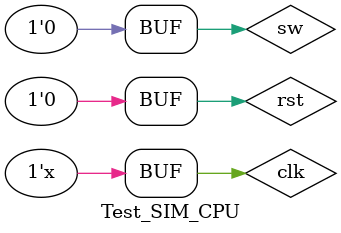
<source format=v>
`timescale 1ns / 1ps


module Test_SIM_CPU;
    reg clk,rst,sw;
    wire [31:0]LED;
    CPU uut(
        .rst(rst),
        .clk(clk),
        .SW(sw),
        .LED(LED)
    );
    always #25 clk=~clk;
    initial begin 
    clk=0;rst=1;sw=1;
    #100;
    rst=0;
    #100;
    #100;
    #100;
    #100;
    #100;
    #100;
    #100;
    #100;
    sw=0;
    
    end
endmodule

</source>
